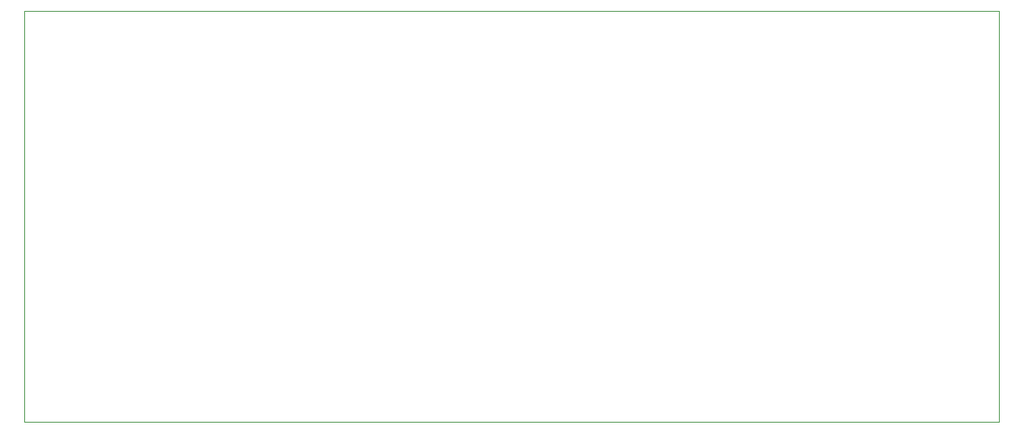
<source format=gbr>
G04 #@! TF.GenerationSoftware,KiCad,Pcbnew,(5.1.5)-3*
G04 #@! TF.CreationDate,2020-01-27T19:36:50-05:00*
G04 #@! TF.ProjectId,output,6f757470-7574-42e6-9b69-6361645f7063,v01*
G04 #@! TF.SameCoordinates,Original*
G04 #@! TF.FileFunction,Profile,NP*
%FSLAX46Y46*%
G04 Gerber Fmt 4.6, Leading zero omitted, Abs format (unit mm)*
G04 Created by KiCad (PCBNEW (5.1.5)-3) date 2020-01-27 19:36:50*
%MOMM*%
%LPD*%
G04 APERTURE LIST*
%ADD10C,0.050000*%
G04 APERTURE END LIST*
D10*
X33020000Y-115570000D02*
X33655000Y-115570000D01*
X33020000Y-160020000D02*
X33020000Y-115570000D01*
X34290000Y-160020000D02*
X33020000Y-160020000D01*
X138430000Y-160020000D02*
X34290000Y-160020000D01*
X138430000Y-115570000D02*
X138430000Y-160020000D01*
X33655000Y-115570000D02*
X138430000Y-115570000D01*
M02*

</source>
